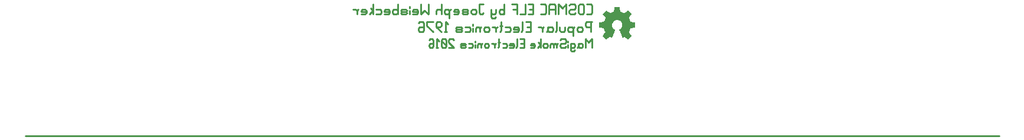
<source format=gbr>
G04 start of page 10 for group -4078 idx -4078 *
G04 Title: (unknown), bottomsilk *
G04 Creator: pcb 20140316 *
G04 CreationDate: Fri 21 Oct 2016 04:41:03 PM GMT UTC *
G04 For: atommann *
G04 Format: Gerber/RS-274X *
G04 PCB-Dimensions (mil): 8000.00 8000.00 *
G04 PCB-Coordinate-Origin: lower left *
%MOIN*%
%FSLAX25Y25*%
%LNBOTTOMSILK*%
%ADD104C,0.0100*%
%ADD103C,0.0001*%
G54D103*G36*
X433000Y413000D02*X435577D01*
X435660Y412968D01*
X435707Y412892D01*
X435756Y412653D01*
X435800Y412431D01*
X436191Y410299D01*
X436238Y410211D01*
X436321Y410153D01*
X436424Y410109D01*
X437214Y409838D01*
X437964Y409480D01*
X437970D01*
X438057Y409442D01*
X438154Y409428D01*
X438252Y409459D01*
X440025Y410678D01*
X440216Y410803D01*
X440417Y410939D01*
X440503Y410964D01*
X440585Y410928D01*
X440916Y410598D01*
X441420Y410098D01*
X441578Y409935D01*
X442077Y409437D01*
X442239Y409280D01*
X442407Y409106D01*
X442446Y409021D01*
X442424Y408932D01*
X442288Y408731D01*
X442159Y408541D01*
X440970Y406805D01*
X440938Y406713D01*
X440953Y406616D01*
X440998Y406517D01*
X441681Y404911D01*
X441718Y404820D01*
X441781Y404742D01*
X441871Y404695D01*
X443910Y404314D01*
X444134Y404271D01*
X444377Y404228D01*
X444452Y404181D01*
X444481Y404098D01*
Y401521D01*
X444452Y401432D01*
X444377Y401385D01*
X444134Y401342D01*
X443910Y401299D01*
X441931Y400930D01*
X441843Y400882D01*
X441789Y400799D01*
X441761Y400739D01*
Y400728D01*
X441046Y398955D01*
X441041Y398943D01*
X441024Y398900D01*
X441007Y398799D01*
X441035Y398705D01*
X442164Y397073D01*
X442288Y396882D01*
X442429Y396681D01*
X442448Y396595D01*
X442407Y396513D01*
X442239Y396334D01*
X442077Y396177D01*
X440759Y394859D01*
X440585Y394691D01*
X440503Y394650D01*
X440417Y394668D01*
X440216Y394810D01*
X440025Y394934D01*
X438431Y396031D01*
X438332Y396060D01*
X438235Y396041D01*
X437904Y395857D01*
X437710Y395748D01*
X437363Y395570D01*
X437278Y395564D01*
X437216Y395624D01*
X437070Y395981D01*
X436982Y396188D01*
X435599Y399546D01*
X435511Y399752D01*
X435414Y399985D01*
X435410Y400080D01*
X435463Y400153D01*
X435686Y400284D01*
X435827Y400392D01*
X436363Y400838D01*
X436778Y401402D01*
X437045Y402061D01*
X437139Y402791D01*
X437081Y403366D01*
X436916Y403900D01*
X436653Y404385D01*
X436304Y404807D01*
X435884Y405156D01*
X435400Y405420D01*
X434866Y405585D01*
X434292Y405643D01*
X433717Y405585D01*
X433182Y405420D01*
X432699Y405156D01*
X432277Y404807D01*
X431929Y404385D01*
X431667Y403900D01*
X431502Y403366D01*
X431443Y402791D01*
X431536Y402061D01*
X431803Y401402D01*
X432217Y400838D01*
X432756Y400392D01*
X432892Y400284D01*
X433114Y400153D01*
X433168Y400080D01*
X433163Y399985D01*
X433066Y399752D01*
X432978Y399546D01*
X431595Y396188D01*
X431509Y395981D01*
X431361Y395624D01*
X431300Y395564D01*
X431216Y395570D01*
X430874Y395748D01*
X430673Y395857D01*
X430342Y396041D01*
X430243Y396060D01*
X430146Y396031D01*
X428552Y394934D01*
X428367Y394810D01*
X428161Y394668D01*
X428074Y394650D01*
X427992Y394691D01*
X427818Y394859D01*
X427661Y395021D01*
X427163Y395520D01*
X427000Y395678D01*
X426500Y396177D01*
X426338Y396334D01*
X426170Y396513D01*
X426131Y396595D01*
X426153Y396681D01*
X426289Y396882D01*
X426420Y397073D01*
X427542Y398705D01*
X427570Y398799D01*
X427553Y398900D01*
X427531Y398960D01*
X426821Y400734D01*
X426788Y400799D01*
X426734Y400882D01*
X426648Y400930D01*
X424667Y401299D01*
X424445Y401342D01*
X424206Y401385D01*
X424127Y401435D01*
X424098Y401521D01*
Y404098D01*
X424127Y404181D01*
X424206Y404228D01*
X424445Y404277D01*
X424667Y404314D01*
X426707Y404695D01*
X426796Y404742D01*
X426859Y404825D01*
X426896Y404911D01*
X427585Y406517D01*
X427624Y406616D01*
X427641Y406713D01*
X427613Y406805D01*
X426420Y408546D01*
X426289Y408731D01*
X426153Y408932D01*
X426131Y409021D01*
X426170Y409106D01*
X426338Y409280D01*
X426500Y409437D01*
X427992Y410928D01*
X428074Y410964D01*
X428161Y410945D01*
X428367Y410809D01*
X428552Y410678D01*
X430325Y409459D01*
X430423Y409430D01*
X430521Y409448D01*
X430607Y409480D01*
X430618Y409485D01*
X431364Y409839D01*
X432154Y410114D01*
X432257Y410153D01*
X432341Y410211D01*
X432386Y410299D01*
X432784Y412431D01*
X432821Y412653D01*
X432870Y412892D01*
X432917Y412968D01*
X433000Y413000D01*
G37*
G54D104*X650000Y340000D02*X100000D01*
X417120Y408800D02*X419280D01*
X420000Y409520D02*X419280Y408800D01*
X420000Y409520D02*Y413840D01*
X419280Y414560D01*
X417120D02*X419280D01*
X415392Y409520D02*Y413840D01*
X414672Y414560D01*
X413232D02*X414672D01*
X413232D02*X412512Y413840D01*
Y409520D02*Y413840D01*
X413232Y408800D02*X412512Y409520D01*
X413232Y408800D02*X414672D01*
X415392Y409520D02*X414672Y408800D01*
X407904Y414560D02*X407184Y413840D01*
X407904Y414560D02*X410064D01*
X410784Y413840D02*X410064Y414560D01*
X410784Y412400D02*Y413840D01*
Y412400D02*X410064Y411680D01*
X407904D02*X410064D01*
X407904D02*X407184Y410960D01*
Y409520D02*Y410960D01*
X407904Y408800D02*X407184Y409520D01*
X407904Y408800D02*X410064D01*
X410784Y409520D02*X410064Y408800D01*
X405456D02*Y414560D01*
X403296Y412400D01*
X401136Y414560D01*
Y408800D02*Y414560D01*
X399408Y408800D02*Y413840D01*
X398688Y414560D01*
X396528D02*X398688D01*
X396528D02*X395808Y413840D01*
Y408800D02*Y413840D01*
Y411680D02*X399408D01*
X391200Y408800D02*X393360D01*
X394080Y409520D02*X393360Y408800D01*
X394080Y409520D02*Y413840D01*
X393360Y414560D01*
X391200D02*X393360D01*
X384720Y411680D02*X386880D01*
X384000Y408800D02*X386880D01*
Y414560D01*
X384000D02*X386880D01*
X382272Y408800D02*Y414560D01*
X379392Y408800D02*X382272D01*
X377664D02*Y414560D01*
X374784D02*X377664D01*
X375504Y411680D02*X377664D01*
X370464Y408800D02*Y414560D01*
Y409520D02*X369744Y408800D01*
X368304D02*X369744D01*
X368304D02*X367584Y409520D01*
Y410960D01*
X368304Y411680D02*X367584Y410960D01*
X368304Y411680D02*X369744D01*
X370464Y410960D02*X369744Y411680D01*
X365856Y409520D02*Y411680D01*
Y409520D02*X365136Y408800D01*
X362976Y407360D02*Y411680D01*
X363696Y406640D02*X362976Y407360D01*
X363696Y406640D02*X365136D01*
X365856Y407360D02*X365136Y406640D01*
X363696Y408800D02*X365136D01*
X363696D02*X362976Y409520D01*
X356496Y414560D02*X358656D01*
X356496Y409520D02*Y414560D01*
X357216Y408800D02*X356496Y409520D01*
X357216Y408800D02*X357936D01*
X358656Y409520D02*X357936Y408800D01*
X354768Y409520D02*Y410960D01*
X354048Y411680D01*
X352608D02*X354048D01*
X352608D02*X351888Y410960D01*
Y409520D02*Y410960D01*
X352608Y408800D02*X351888Y409520D01*
X352608Y408800D02*X354048D01*
X354768Y409520D02*X354048Y408800D01*
X347280D02*X349440D01*
X347280D02*X346560Y409520D01*
X347280Y410240D02*X346560Y409520D01*
X347280Y410240D02*X349440D01*
X350160Y410960D02*X349440Y410240D01*
X350160Y410960D02*X349440Y411680D01*
X347280D02*X349440D01*
X347280D02*X346560Y410960D01*
X350160Y409520D02*X349440Y408800D01*
X341952D02*X344112D01*
X344832Y409520D02*X344112Y408800D01*
X344832Y409520D02*Y410960D01*
X344112Y411680D01*
X342672D02*X344112D01*
X342672D02*X341952Y410960D01*
Y410240D02*X344832D01*
X341952D02*Y410960D01*
X339504Y406640D02*Y410960D01*
X340224Y411680D02*X339504Y410960D01*
X338784Y411680D01*
X337344D02*X338784D01*
X337344D02*X336624Y410960D01*
Y409520D02*Y410960D01*
X337344Y408800D02*X336624Y409520D01*
X337344Y408800D02*X338784D01*
X339504Y409520D02*X338784Y408800D01*
X334896D02*Y414560D01*
Y410960D02*X334176Y411680D01*
X332736D02*X334176D01*
X332736D02*X332016Y410960D01*
Y408800D02*Y410960D01*
X327696Y408800D02*Y414560D01*
Y408800D02*X325536Y410960D01*
X323376Y408800D01*
Y414560D01*
X318768Y408800D02*X320928D01*
X321648Y409520D02*X320928Y408800D01*
X321648Y409520D02*Y410960D01*
X320928Y411680D01*
X319488D02*X320928D01*
X319488D02*X318768Y410960D01*
Y410240D02*X321648D01*
X318768D02*Y410960D01*
X317040Y412400D02*Y413120D01*
Y408800D02*Y410960D01*
X312720Y408800D02*X314880D01*
X312720D02*X312000Y409520D01*
X312720Y410240D02*X312000Y409520D01*
X312720Y410240D02*X314880D01*
X315600Y410960D02*X314880Y410240D01*
X315600Y410960D02*X314880Y411680D01*
X312720D02*X314880D01*
X312720D02*X312000Y410960D01*
X315600Y409520D02*X314880Y408800D01*
X310272D02*Y414560D01*
Y409520D02*X309552Y408800D01*
X308112D02*X309552D01*
X308112D02*X307392Y409520D01*
Y410960D01*
X308112Y411680D02*X307392Y410960D01*
X308112Y411680D02*X309552D01*
X310272Y410960D02*X309552Y411680D01*
X302784Y408800D02*X304944D01*
X305664Y409520D02*X304944Y408800D01*
X305664Y409520D02*Y410960D01*
X304944Y411680D01*
X303504D02*X304944D01*
X303504D02*X302784Y410960D01*
Y410240D02*X305664D01*
X302784D02*Y410960D01*
X298176Y411680D02*X300336D01*
X301056Y410960D02*X300336Y411680D01*
X301056Y409520D02*Y410960D01*
Y409520D02*X300336Y408800D01*
X298176D02*X300336D01*
X296448D02*Y414560D01*
Y410960D02*X294288Y408800D01*
X296448Y410960D02*X295008Y412400D01*
X289680Y408800D02*X291840D01*
X292560Y409520D02*X291840Y408800D01*
X292560Y409520D02*Y410960D01*
X291840Y411680D01*
X290400D02*X291840D01*
X290400D02*X289680Y410960D01*
Y410240D02*X292560D01*
X289680D02*Y410960D01*
X287232Y408800D02*Y410960D01*
X286512Y411680D01*
X285072D02*X286512D01*
X287952D02*X287232Y410960D01*
X419280Y398800D02*Y404560D01*
X417120D02*X420000D01*
X417120D02*X416400Y403840D01*
Y402400D02*Y403840D01*
X417120Y401680D02*X416400Y402400D01*
X417120Y401680D02*X419280D01*
X414672Y399520D02*Y400960D01*
X413952Y401680D01*
X412512D02*X413952D01*
X412512D02*X411792Y400960D01*
Y399520D02*Y400960D01*
X412512Y398800D02*X411792Y399520D01*
X412512Y398800D02*X413952D01*
X414672Y399520D02*X413952Y398800D01*
X409344Y396640D02*Y400960D01*
X410064Y401680D02*X409344Y400960D01*
X408624Y401680D01*
X407184D02*X408624D01*
X407184D02*X406464Y400960D01*
Y399520D02*Y400960D01*
X407184Y398800D02*X406464Y399520D01*
X407184Y398800D02*X408624D01*
X409344Y399520D02*X408624Y398800D01*
X404736Y399520D02*Y401680D01*
Y399520D02*X404016Y398800D01*
X402576D02*X404016D01*
X402576D02*X401856Y399520D01*
Y401680D01*
X400128Y399520D02*Y404560D01*
Y399520D02*X399408Y398800D01*
X395808Y401680D02*X395088Y400960D01*
X395808Y401680D02*X397248D01*
X397968Y400960D02*X397248Y401680D01*
X397968Y399520D02*Y400960D01*
Y399520D02*X397248Y398800D01*
X395088Y399520D02*Y401680D01*
Y399520D02*X394368Y398800D01*
X395808D02*X397248D01*
X395808D02*X395088Y399520D01*
X391920Y398800D02*Y400960D01*
X391200Y401680D01*
X389760D02*X391200D01*
X392640D02*X391920Y400960D01*
X383280Y401680D02*X385440D01*
X382560Y398800D02*X385440D01*
Y404560D01*
X382560D02*X385440D01*
X380832Y399520D02*Y404560D01*
Y399520D02*X380112Y398800D01*
X375792D02*X377952D01*
X378672Y399520D02*X377952Y398800D01*
X378672Y399520D02*Y400960D01*
X377952Y401680D01*
X376512D02*X377952D01*
X376512D02*X375792Y400960D01*
Y400240D02*X378672D01*
X375792D02*Y400960D01*
X371184Y401680D02*X373344D01*
X374064Y400960D02*X373344Y401680D01*
X374064Y399520D02*Y400960D01*
Y399520D02*X373344Y398800D01*
X371184D02*X373344D01*
X368736Y399520D02*Y404560D01*
Y399520D02*X368016Y398800D01*
Y402400D02*X369456D01*
X365856Y398800D02*Y400960D01*
X365136Y401680D01*
X363696D02*X365136D01*
X366576D02*X365856Y400960D01*
X361968Y399520D02*Y400960D01*
X361248Y401680D01*
X359808D02*X361248D01*
X359808D02*X359088Y400960D01*
Y399520D02*Y400960D01*
X359808Y398800D02*X359088Y399520D01*
X359808Y398800D02*X361248D01*
X361968Y399520D02*X361248Y398800D01*
X356640D02*Y400960D01*
X355920Y401680D01*
X355200D02*X355920D01*
X355200D02*X354480Y400960D01*
Y398800D02*Y400960D01*
X357360Y401680D02*X356640Y400960D01*
X352752Y402400D02*Y403120D01*
Y398800D02*Y400960D01*
X348432Y401680D02*X350592D01*
X351312Y400960D02*X350592Y401680D01*
X351312Y399520D02*Y400960D01*
Y399520D02*X350592Y398800D01*
X348432D02*X350592D01*
X343824D02*X345984D01*
X343824D02*X343104Y399520D01*
X343824Y400240D02*X343104Y399520D01*
X343824Y400240D02*X345984D01*
X346704Y400960D02*X345984Y400240D01*
X346704Y400960D02*X345984Y401680D01*
X343824D02*X345984D01*
X343824D02*X343104Y400960D01*
X346704Y399520D02*X345984Y398800D01*
X336624D02*X338064D01*
X337344D02*Y404560D01*
X338784Y403120D02*X337344Y404560D01*
X334896Y398800D02*X332016Y401680D01*
Y403840D01*
X332736Y404560D02*X332016Y403840D01*
X332736Y404560D02*X334176D01*
X334896Y403840D02*X334176Y404560D01*
X334896Y402400D02*Y403840D01*
Y402400D02*X334176Y401680D01*
X332016D02*X334176D01*
X330288Y398800D02*X326688Y402400D01*
Y404560D01*
X330288D01*
X322800D02*X322080Y403840D01*
X322800Y404560D02*X324240D01*
X324960Y403840D02*X324240Y404560D01*
X324960Y399520D02*Y403840D01*
Y399520D02*X324240Y398800D01*
X322800Y401680D02*X322080Y400960D01*
X322800Y401680D02*X324960D01*
X322800Y398800D02*X324240D01*
X322800D02*X322080Y399520D01*
Y400960D01*
X420000Y389900D02*Y394780D01*
X418170Y392950D01*
X416340Y394780D01*
Y389900D02*Y394780D01*
X413046Y392340D02*X412436Y391730D01*
X413046Y392340D02*X414266D01*
X414876Y391730D02*X414266Y392340D01*
X414876Y390510D02*Y391730D01*
Y390510D02*X414266Y389900D01*
X412436Y390510D02*Y392340D01*
Y390510D02*X411826Y389900D01*
X413046D02*X414266D01*
X413046D02*X412436Y390510D01*
X408532Y392340D02*X407922Y391730D01*
X408532Y392340D02*X409752D01*
X410362Y391730D02*X409752Y392340D01*
X410362Y390510D02*Y391730D01*
Y390510D02*X409752Y389900D01*
X408532D02*X409752D01*
X408532D02*X407922Y390510D01*
X410362Y388680D02*X409752Y388070D01*
X408532D02*X409752D01*
X408532D02*X407922Y388680D01*
Y392340D01*
X406458Y392950D02*Y393560D01*
Y389900D02*Y391730D01*
X402798Y394780D02*X402188Y394170D01*
X402798Y394780D02*X404628D01*
X405238Y394170D02*X404628Y394780D01*
X405238Y392950D02*Y394170D01*
Y392950D02*X404628Y392340D01*
X402798D02*X404628D01*
X402798D02*X402188Y391730D01*
Y390510D02*Y391730D01*
X402798Y389900D02*X402188Y390510D01*
X402798Y389900D02*X404628D01*
X405238Y390510D02*X404628Y389900D01*
X400114D02*Y391730D01*
X399504Y392340D01*
X398894D02*X399504D01*
X398894D02*X398284Y391730D01*
Y389900D02*Y391730D01*
X397674Y392340D01*
X397064D02*X397674D01*
X397064D02*X396454Y391730D01*
Y389900D02*Y391730D01*
X400724Y392340D02*X400114Y391730D01*
X394990Y390510D02*Y391730D01*
X394380Y392340D01*
X393160D02*X394380D01*
X393160D02*X392550Y391730D01*
Y390510D02*Y391730D01*
X393160Y389900D02*X392550Y390510D01*
X393160Y389900D02*X394380D01*
X394990Y390510D02*X394380Y389900D01*
X391086D02*Y394780D01*
Y391730D02*X389256Y389900D01*
X391086Y391730D02*X389866Y392950D01*
X385352Y389900D02*X387182D01*
X387792Y390510D02*X387182Y389900D01*
X387792Y390510D02*Y391730D01*
X387182Y392340D01*
X385962D02*X387182D01*
X385962D02*X385352Y391730D01*
Y391120D02*X387792D01*
X385352D02*Y391730D01*
X379862Y392340D02*X381692D01*
X379252Y389900D02*X381692D01*
Y394780D01*
X379252D02*X381692D01*
X377788Y390510D02*Y394780D01*
Y390510D02*X377178Y389900D01*
X373518D02*X375348D01*
X375958Y390510D02*X375348Y389900D01*
X375958Y390510D02*Y391730D01*
X375348Y392340D01*
X374128D02*X375348D01*
X374128D02*X373518Y391730D01*
Y391120D02*X375958D01*
X373518D02*Y391730D01*
X369614Y392340D02*X371444D01*
X372054Y391730D02*X371444Y392340D01*
X372054Y390510D02*Y391730D01*
Y390510D02*X371444Y389900D01*
X369614D02*X371444D01*
X367540Y390510D02*Y394780D01*
Y390510D02*X366930Y389900D01*
Y392950D02*X368150D01*
X365100Y389900D02*Y391730D01*
X364490Y392340D01*
X363270D02*X364490D01*
X365710D02*X365100Y391730D01*
X361806Y390510D02*Y391730D01*
X361196Y392340D01*
X359976D02*X361196D01*
X359976D02*X359366Y391730D01*
Y390510D02*Y391730D01*
X359976Y389900D02*X359366Y390510D01*
X359976Y389900D02*X361196D01*
X361806Y390510D02*X361196Y389900D01*
X357292D02*Y391730D01*
X356682Y392340D01*
X356072D02*X356682D01*
X356072D02*X355462Y391730D01*
Y389900D02*Y391730D01*
X357902Y392340D02*X357292Y391730D01*
X353998Y392950D02*Y393560D01*
Y389900D02*Y391730D01*
X350338Y392340D02*X352168D01*
X352778Y391730D02*X352168Y392340D01*
X352778Y390510D02*Y391730D01*
Y390510D02*X352168Y389900D01*
X350338D02*X352168D01*
X346434D02*X348264D01*
X346434D02*X345824Y390510D01*
X346434Y391120D02*X345824Y390510D01*
X346434Y391120D02*X348264D01*
X348874Y391730D02*X348264Y391120D01*
X348874Y391730D02*X348264Y392340D01*
X346434D02*X348264D01*
X346434D02*X345824Y391730D01*
X348874Y390510D02*X348264Y389900D01*
X342164Y394170D02*X341554Y394780D01*
X339724D02*X341554D01*
X339724D02*X339114Y394170D01*
Y392950D02*Y394170D01*
X342164Y389900D02*X339114Y392950D01*
Y389900D02*X342164D01*
X337650Y390510D02*X337040Y389900D01*
X337650Y390510D02*Y394170D01*
X337040Y394780D01*
X335820D02*X337040D01*
X335820D02*X335210Y394170D01*
Y390510D02*Y394170D01*
X335820Y389900D02*X335210Y390510D01*
X335820Y389900D02*X337040D01*
X337650Y391120D02*X335210Y393560D01*
X331916Y389900D02*X333136D01*
X332526D02*Y394780D01*
X333746Y393560D02*X332526Y394780D01*
X328622D02*X328012Y394170D01*
X328622Y394780D02*X329842D01*
X330452Y394170D02*X329842Y394780D01*
X330452Y390510D02*Y394170D01*
Y390510D02*X329842Y389900D01*
X328622Y392340D02*X328012Y391730D01*
X328622Y392340D02*X330452D01*
X328622Y389900D02*X329842D01*
X328622D02*X328012Y390510D01*
Y391730D01*
M02*

</source>
